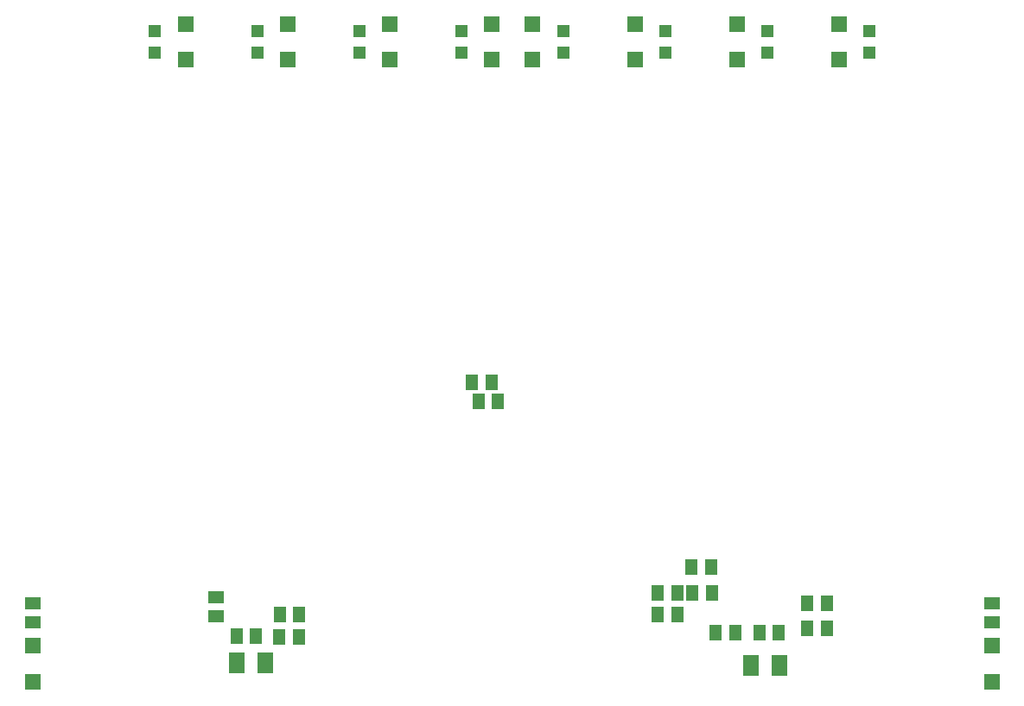
<source format=gbr>
G04 EAGLE Gerber RS-274X export*
G75*
%MOMM*%
%FSLAX34Y34*%
%LPD*%
%INSolderpaste Bottom*%
%IPPOS*%
%AMOC8*
5,1,8,0,0,1.08239X$1,22.5*%
G01*
%ADD10R,1.300000X1.500000*%
%ADD11R,1.600000X2.000000*%
%ADD12R,1.600000X1.300000*%
%ADD13R,1.300000X1.600000*%
%ADD14R,1.200000X1.200000*%
%ADD15R,1.500000X1.500000*%


D10*
X467156Y407688D03*
X486156Y407688D03*
D11*
X258248Y150848D03*
X230248Y150848D03*
D10*
X271832Y176502D03*
X290832Y176502D03*
X272340Y198346D03*
X291340Y198346D03*
D11*
X762116Y148308D03*
X734116Y148308D03*
D12*
X209832Y196140D03*
X209832Y215140D03*
D10*
X229668Y177264D03*
X248668Y177264D03*
D13*
X699500Y180312D03*
X718500Y180312D03*
D10*
X742172Y180312D03*
X761172Y180312D03*
D14*
X850000Y749500D03*
X850000Y770500D03*
X750000Y749500D03*
X750000Y770500D03*
X650000Y749500D03*
X650000Y770500D03*
X550000Y749500D03*
X550000Y770500D03*
X450000Y749500D03*
X450000Y770500D03*
X350000Y749500D03*
X350000Y770500D03*
X250000Y749500D03*
X250000Y770500D03*
X150000Y749500D03*
X150000Y770500D03*
D15*
X820000Y777500D03*
X820000Y742500D03*
X720000Y777500D03*
X720000Y742500D03*
X620000Y777500D03*
X620000Y742500D03*
X520000Y777500D03*
X520000Y742500D03*
X380000Y777500D03*
X380000Y742500D03*
X280000Y777500D03*
X280000Y742500D03*
X180000Y777500D03*
X180000Y742500D03*
X480000Y777500D03*
X480000Y742500D03*
D10*
X460692Y425848D03*
X479692Y425848D03*
X676548Y219784D03*
X695548Y219784D03*
X789228Y209080D03*
X808228Y209080D03*
X789228Y184696D03*
X808228Y184696D03*
D15*
X970000Y132500D03*
X970000Y167500D03*
D12*
X970000Y190500D03*
X970000Y209500D03*
D15*
X30000Y132500D03*
X30000Y167500D03*
D12*
X30000Y190500D03*
X30000Y209500D03*
D13*
X694844Y244760D03*
X675844Y244760D03*
X661772Y219236D03*
X642772Y219236D03*
X661772Y198448D03*
X642772Y198448D03*
M02*

</source>
